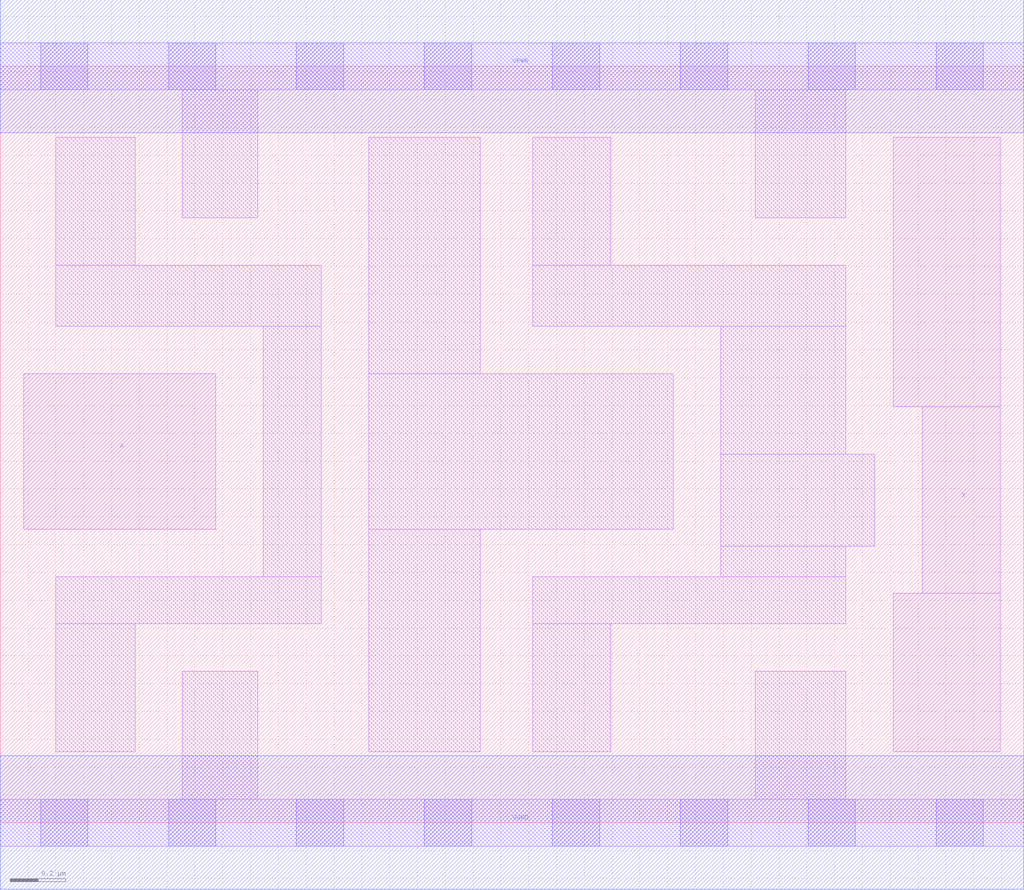
<source format=lef>
# Copyright 2020 The SkyWater PDK Authors
#
# Licensed under the Apache License, Version 2.0 (the "License");
# you may not use this file except in compliance with the License.
# You may obtain a copy of the License at
#
#     https://www.apache.org/licenses/LICENSE-2.0
#
# Unless required by applicable law or agreed to in writing, software
# distributed under the License is distributed on an "AS IS" BASIS,
# WITHOUT WARRANTIES OR CONDITIONS OF ANY KIND, either express or implied.
# See the License for the specific language governing permissions and
# limitations under the License.
#
# SPDX-License-Identifier: Apache-2.0

VERSION 5.7 ;
  NAMESCASESENSITIVE ON ;
  NOWIREEXTENSIONATPIN ON ;
  DIVIDERCHAR "/" ;
  BUSBITCHARS "[]" ;
UNITS
  DATABASE MICRONS 200 ;
END UNITS
MACRO sky130_fd_sc_hd__dlygate4sd3_1
  CLASS CORE ;
  SOURCE USER ;
  FOREIGN sky130_fd_sc_hd__dlygate4sd3_1 ;
  ORIGIN  0.000000  0.000000 ;
  SIZE  3.680000 BY  2.720000 ;
  SYMMETRY X Y R90 ;
  SITE unithd ;
  PIN A
    ANTENNAGATEAREA  0.126000 ;
    DIRECTION INPUT ;
    USE SIGNAL ;
    PORT
      LAYER li1 ;
        RECT 0.085000 1.055000 0.775000 1.615000 ;
    END
  END A
  PIN X
    ANTENNADIFFAREA  0.429000 ;
    DIRECTION OUTPUT ;
    USE SIGNAL ;
    PORT
      LAYER li1 ;
        RECT 3.210000 0.255000 3.595000 0.825000 ;
        RECT 3.210000 1.495000 3.595000 2.465000 ;
        RECT 3.315000 0.825000 3.595000 1.495000 ;
    END
  END X
  PIN VGND
    DIRECTION INOUT ;
    SHAPE ABUTMENT ;
    USE GROUND ;
    PORT
      LAYER met1 ;
        RECT 0.000000 -0.240000 3.680000 0.240000 ;
    END
  END VGND
  PIN VPWR
    DIRECTION INOUT ;
    SHAPE ABUTMENT ;
    USE POWER ;
    PORT
      LAYER met1 ;
        RECT 0.000000 2.480000 3.680000 2.960000 ;
    END
  END VPWR
  OBS
    LAYER li1 ;
      RECT 0.000000 -0.085000 3.680000 0.085000 ;
      RECT 0.000000  2.635000 3.680000 2.805000 ;
      RECT 0.200000  0.255000 0.485000 0.715000 ;
      RECT 0.200000  0.715000 1.155000 0.885000 ;
      RECT 0.200000  1.785000 1.155000 2.005000 ;
      RECT 0.200000  2.005000 0.485000 2.465000 ;
      RECT 0.655000  0.085000 0.925000 0.545000 ;
      RECT 0.655000  2.175000 0.925000 2.635000 ;
      RECT 0.945000  0.885000 1.155000 1.785000 ;
      RECT 1.325000  0.255000 1.725000 1.055000 ;
      RECT 1.325000  1.055000 2.420000 1.615000 ;
      RECT 1.325000  1.615000 1.725000 2.465000 ;
      RECT 1.915000  0.255000 2.195000 0.715000 ;
      RECT 1.915000  0.715000 3.040000 0.885000 ;
      RECT 1.915000  1.785000 3.040000 2.005000 ;
      RECT 1.915000  2.005000 2.195000 2.465000 ;
      RECT 2.590000  0.885000 3.040000 0.995000 ;
      RECT 2.590000  0.995000 3.145000 1.325000 ;
      RECT 2.590000  1.325000 3.040000 1.785000 ;
      RECT 2.715000  0.085000 3.040000 0.545000 ;
      RECT 2.715000  2.175000 3.040000 2.635000 ;
    LAYER mcon ;
      RECT 0.145000 -0.085000 0.315000 0.085000 ;
      RECT 0.145000  2.635000 0.315000 2.805000 ;
      RECT 0.605000 -0.085000 0.775000 0.085000 ;
      RECT 0.605000  2.635000 0.775000 2.805000 ;
      RECT 1.065000 -0.085000 1.235000 0.085000 ;
      RECT 1.065000  2.635000 1.235000 2.805000 ;
      RECT 1.525000 -0.085000 1.695000 0.085000 ;
      RECT 1.525000  2.635000 1.695000 2.805000 ;
      RECT 1.985000 -0.085000 2.155000 0.085000 ;
      RECT 1.985000  2.635000 2.155000 2.805000 ;
      RECT 2.445000 -0.085000 2.615000 0.085000 ;
      RECT 2.445000  2.635000 2.615000 2.805000 ;
      RECT 2.905000 -0.085000 3.075000 0.085000 ;
      RECT 2.905000  2.635000 3.075000 2.805000 ;
      RECT 3.365000 -0.085000 3.535000 0.085000 ;
      RECT 3.365000  2.635000 3.535000 2.805000 ;
  END
END sky130_fd_sc_hd__dlygate4sd3_1

</source>
